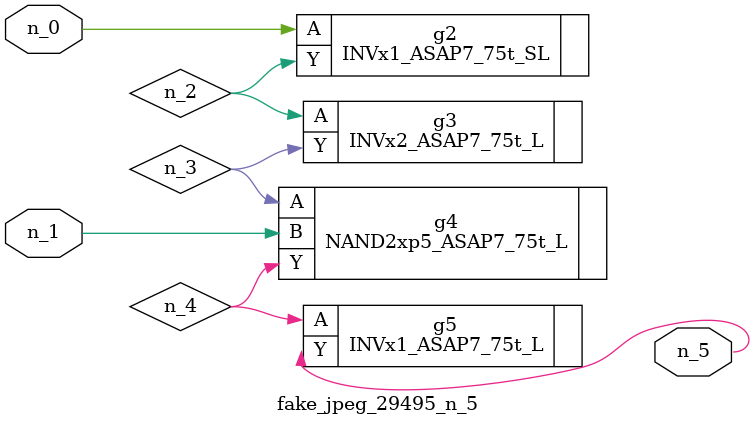
<source format=v>
module fake_jpeg_29495_n_5 (n_0, n_1, n_5);

input n_0;
input n_1;

output n_5;

wire n_3;
wire n_2;
wire n_4;

INVx1_ASAP7_75t_SL g2 ( 
.A(n_0),
.Y(n_2)
);

INVx2_ASAP7_75t_L g3 ( 
.A(n_2),
.Y(n_3)
);

NAND2xp5_ASAP7_75t_L g4 ( 
.A(n_3),
.B(n_1),
.Y(n_4)
);

INVx1_ASAP7_75t_L g5 ( 
.A(n_4),
.Y(n_5)
);


endmodule
</source>
